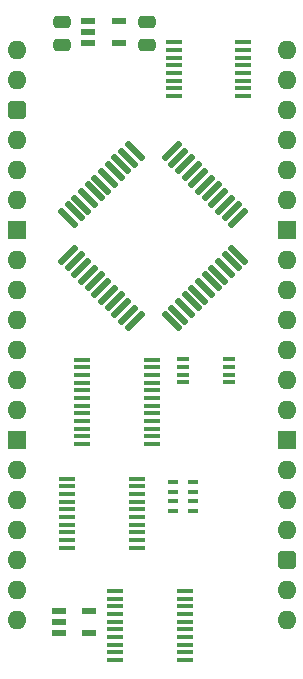
<source format=gts>
%TF.GenerationSoftware,KiCad,Pcbnew,9.0.2*%
%TF.CreationDate,2025-06-16T14:19:02+02:00*%
%TF.ProjectId,W65C816 Minimal,57363543-3831-4362-904d-696e696d616c,V0*%
%TF.SameCoordinates,Original*%
%TF.FileFunction,Soldermask,Top*%
%TF.FilePolarity,Negative*%
%FSLAX46Y46*%
G04 Gerber Fmt 4.6, Leading zero omitted, Abs format (unit mm)*
G04 Created by KiCad (PCBNEW 9.0.2) date 2025-06-16 14:19:02*
%MOMM*%
%LPD*%
G01*
G04 APERTURE LIST*
G04 Aperture macros list*
%AMRoundRect*
0 Rectangle with rounded corners*
0 $1 Rounding radius*
0 $2 $3 $4 $5 $6 $7 $8 $9 X,Y pos of 4 corners*
0 Add a 4 corners polygon primitive as box body*
4,1,4,$2,$3,$4,$5,$6,$7,$8,$9,$2,$3,0*
0 Add four circle primitives for the rounded corners*
1,1,$1+$1,$2,$3*
1,1,$1+$1,$4,$5*
1,1,$1+$1,$6,$7*
1,1,$1+$1,$8,$9*
0 Add four rect primitives between the rounded corners*
20,1,$1+$1,$2,$3,$4,$5,0*
20,1,$1+$1,$4,$5,$6,$7,0*
20,1,$1+$1,$6,$7,$8,$9,0*
20,1,$1+$1,$8,$9,$2,$3,0*%
G04 Aperture macros list end*
%ADD10R,1.475000X0.450000*%
%ADD11RoundRect,0.250000X-0.475000X0.250000X-0.475000X-0.250000X0.475000X-0.250000X0.475000X0.250000X0*%
%ADD12R,0.900000X0.450000*%
%ADD13R,1.250000X0.600000*%
%ADD14RoundRect,0.137500X-0.548008X0.742462X-0.742462X0.548008X0.548008X-0.742462X0.742462X-0.548008X0*%
%ADD15RoundRect,0.137500X0.548008X0.742462X-0.742462X-0.548008X-0.548008X-0.742462X0.742462X0.548008X0*%
%ADD16R,1.150000X0.600000*%
%ADD17O,1.600000X1.600000*%
%ADD18R,1.600000X1.600000*%
%ADD19RoundRect,0.400000X-0.400000X-0.400000X0.400000X-0.400000X0.400000X0.400000X-0.400000X0.400000X0*%
%ADD20R,1.100000X0.450000*%
%ADD21R,1.450000X0.450000*%
G04 APERTURE END LIST*
D10*
%TO.C,IC6*%
X5571000Y-33379000D03*
X5571000Y-32729000D03*
X5571000Y-32079000D03*
X5571000Y-31429000D03*
X5571000Y-30779000D03*
X5571000Y-30129000D03*
X5571000Y-29479000D03*
X5571000Y-28829000D03*
X5571000Y-28179000D03*
X5571000Y-27529000D03*
X5571000Y-26879000D03*
X5571000Y-26229000D03*
X11447000Y-26229000D03*
X11447000Y-26879000D03*
X11447000Y-27529000D03*
X11447000Y-28179000D03*
X11447000Y-28829000D03*
X11447000Y-29479000D03*
X11447000Y-30129000D03*
X11447000Y-30779000D03*
X11447000Y-31429000D03*
X11447000Y-32079000D03*
X11447000Y-32729000D03*
X11447000Y-33379000D03*
%TD*%
D11*
%TO.C,C41*%
X3810000Y431000D03*
X3810000Y2331000D03*
%TD*%
D12*
%TO.C,RN2*%
X14947000Y-36626800D03*
X14947000Y-37426800D03*
X14947000Y-38226800D03*
X14947000Y-39026800D03*
X13247000Y-39026800D03*
X13247000Y-38226800D03*
X13247000Y-37426800D03*
X13247000Y-36626800D03*
%TD*%
D10*
%TO.C,IC20*%
X14224000Y-45832000D03*
X14224000Y-46482000D03*
X14224000Y-47132000D03*
X14224000Y-47782000D03*
X14224000Y-48432000D03*
X14224000Y-49082000D03*
X14224000Y-49732000D03*
X14224000Y-50382000D03*
X14224000Y-51032000D03*
X14224000Y-51682000D03*
X8348000Y-51682000D03*
X8348000Y-51032000D03*
X8348000Y-50382000D03*
X8348000Y-49732000D03*
X8348000Y-49082000D03*
X8348000Y-48432000D03*
X8348000Y-47782000D03*
X8348000Y-47132000D03*
X8348000Y-46482000D03*
X8348000Y-45832000D03*
%TD*%
D13*
%TO.C,IC11*%
X6096000Y-47498000D03*
X6096000Y-49398000D03*
X3596000Y-49398000D03*
X3596001Y-48448000D03*
X3596000Y-47498000D03*
%TD*%
D10*
%TO.C,IC5*%
X10160000Y-36322000D03*
X10160000Y-36972000D03*
X10160000Y-37622000D03*
X10160000Y-38272000D03*
X10160000Y-38922000D03*
X10160000Y-39572000D03*
X10160000Y-40222000D03*
X10160000Y-40872000D03*
X10160000Y-41522000D03*
X10160000Y-42172000D03*
X4284000Y-42172000D03*
X4284000Y-41522000D03*
X4284000Y-40872000D03*
X4284000Y-40222000D03*
X4284000Y-39572000D03*
X4284000Y-38922000D03*
X4284000Y-38272000D03*
X4284000Y-37622000D03*
X4284000Y-36972000D03*
X4284000Y-36322000D03*
%TD*%
D14*
%TO.C,IC2*%
X15375377Y-20742747D03*
X14809691Y-21308433D03*
X14244006Y-21874118D03*
X13678320Y-22439804D03*
X13112635Y-23005489D03*
D15*
X10001365Y-23005489D03*
X9435680Y-22439804D03*
X8869994Y-21874118D03*
X8304309Y-21308433D03*
X7738623Y-20742747D03*
X7172938Y-20177062D03*
X6607253Y-19611377D03*
X6041567Y-19045691D03*
X5475882Y-18480006D03*
X4910196Y-17914320D03*
X4344511Y-17348635D03*
D14*
X4344511Y-14237365D03*
X4910196Y-13671680D03*
X5475882Y-13105994D03*
X6041567Y-12540309D03*
X6607253Y-11974623D03*
X7172938Y-11408938D03*
X7738623Y-10843253D03*
X8304309Y-10277567D03*
X8869994Y-9711882D03*
X9435680Y-9146196D03*
X10001365Y-8580511D03*
D15*
X13112635Y-8580511D03*
X13678320Y-9146196D03*
X14244006Y-9711882D03*
X14809691Y-10277567D03*
X15375377Y-10843253D03*
X15941062Y-11408938D03*
X16506747Y-11974623D03*
X17072433Y-12540309D03*
X17638118Y-13105994D03*
X18203804Y-13671680D03*
X18769489Y-14237365D03*
D14*
X18769489Y-17348635D03*
X18203804Y-17914320D03*
X17638118Y-18480006D03*
X17072433Y-19045691D03*
X16506747Y-19611377D03*
X15941062Y-20177062D03*
%TD*%
D16*
%TO.C,IC36*%
X8666000Y2474000D03*
X8666000Y574000D03*
X6066000Y574000D03*
X6066000Y1524000D03*
X6066000Y2474000D03*
%TD*%
D17*
%TO.C,J3*%
X22860000Y0D03*
X22860000Y-2540000D03*
X22860000Y-5080000D03*
X22860000Y-7620000D03*
X22860000Y-10160000D03*
X22860000Y-12700000D03*
D18*
X22860000Y-15240000D03*
D17*
X22860000Y-17780000D03*
X22860000Y-20320000D03*
X22860000Y-22860000D03*
X22860000Y-25400000D03*
X22860000Y-27940000D03*
X22860000Y-30480000D03*
D18*
X22860000Y-33020000D03*
D17*
X22860000Y-35560000D03*
X22860000Y-38100000D03*
X22860000Y-40640000D03*
D19*
X22860000Y-43180000D03*
D17*
X22860000Y-45720000D03*
X22860000Y-48260000D03*
X0Y-48260000D03*
X0Y-45720000D03*
X0Y-43180000D03*
X0Y-40640000D03*
X0Y-38100000D03*
X0Y-35560000D03*
D18*
X0Y-33020000D03*
D17*
X0Y-30480000D03*
X0Y-27940000D03*
X0Y-25400000D03*
X0Y-22860000D03*
X0Y-20320000D03*
X0Y-17780000D03*
D18*
X0Y-15240000D03*
D17*
X0Y-12700000D03*
X0Y-10160000D03*
X0Y-7620000D03*
D19*
X0Y-5080000D03*
D17*
X0Y-2540000D03*
X0Y0D03*
%TD*%
D20*
%TO.C,IC1*%
X17952000Y-26203000D03*
X17952000Y-26853000D03*
X17952000Y-27503000D03*
X17952000Y-28153000D03*
X14052000Y-28153000D03*
X14052000Y-27503000D03*
X14052000Y-26853000D03*
X14052000Y-26203000D03*
%TD*%
D11*
%TO.C,C42*%
X11049000Y431000D03*
X11049000Y2331000D03*
%TD*%
D21*
%TO.C,IC3*%
X19181000Y624000D03*
X19181000Y-26000D03*
X19181000Y-676000D03*
X19181000Y-1326000D03*
X19181000Y-1976000D03*
X19181000Y-2626000D03*
X19181000Y-3276000D03*
X19181000Y-3926000D03*
X13331000Y-3926000D03*
X13331000Y-3276000D03*
X13331000Y-2626000D03*
X13331000Y-1976000D03*
X13331000Y-1326000D03*
X13331000Y-676000D03*
X13331000Y-26000D03*
X13331000Y624000D03*
%TD*%
M02*

</source>
